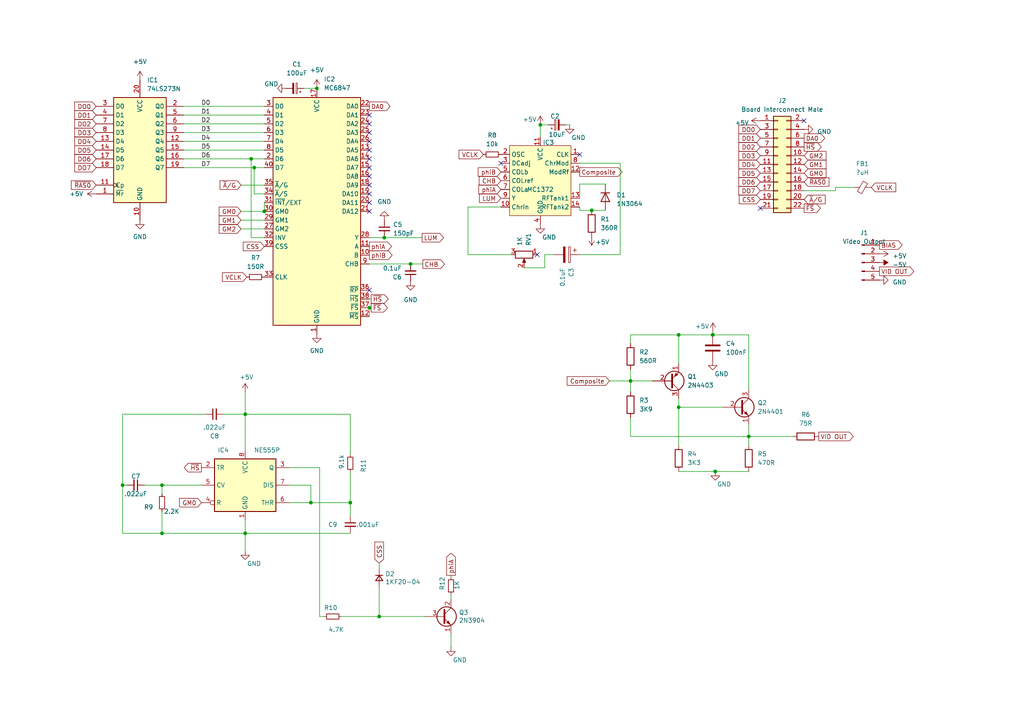
<source format=kicad_sch>
(kicad_sch (version 20230121) (generator eeschema)
  (paper "A4")
  (lib_symbols
    (symbol "74xx:74LS273"
      (property "Reference" "U" (at -7.62 16.51 0))
      (property "Value" "74LS273" (at -7.62 -16.51 0))
      (symbol "74LS273_1_0"
        (pin input line (at -12.7 -12.7 0) (length 5.08) (name "~{Mr}") (number "1"))
        (pin power_in line (at 0 -20.32 90) (length 5.08) (name "GND") (number "10"))
        (pin input clock (at -12.7 -10.16 0) (length 5.08) (name "Cp") (number "11"))
        (pin output line (at 12.7 2.54 180) (length 5.08) (name "Q4") (number "12"))
        (pin input line (at -12.7 2.54 0) (length 5.08) (name "D4") (number "13"))
        (pin input line (at -12.7 0 0) (length 5.08) (name "D5") (number "14"))
        (pin output line (at 12.7 0 180) (length 5.08) (name "Q5") (number "15"))
        (pin output line (at 12.7 -2.54 180) (length 5.08) (name "Q6") (number "16"))
        (pin input line (at -12.7 -2.54 0) (length 5.08) (name "D6") (number "17"))
        (pin input line (at -12.7 -5.08 0) (length 5.08) (name "D7") (number "18"))
        (pin output line (at 12.7 -5.08 180) (length 5.08) (name "Q7") (number "19"))
        (pin output line (at 12.7 12.7 180) (length 5.08) (name "Q0") (number "2"))
        (pin power_in line (at 0 20.32 270) (length 5.08) (name "VCC") (number "20"))
        (pin input line (at -12.7 12.7 0) (length 5.08) (name "D0") (number "3"))
        (pin input line (at -12.7 10.16 0) (length 5.08) (name "D1") (number "4"))
        (pin output line (at 12.7 10.16 180) (length 5.08) (name "Q1") (number "5"))
        (pin output line (at 12.7 7.62 180) (length 5.08) (name "Q2") (number "6"))
        (pin input line (at -12.7 7.62 0) (length 5.08) (name "D2") (number "7"))
        (pin input line (at -12.7 5.08 0) (length 5.08) (name "D3") (number "8"))
        (pin output line (at 12.7 5.08 180) (length 5.08) (name "Q3") (number "9"))
      )
      (symbol "74LS273_1_1"
        (rectangle (start -7.62 15.24) (end 7.62 -15.24) (stroke (width 0.254)) (fill (type background)))
      )
    )
    (symbol "Connector:Conn_01x05_Pin" (pin_names (offset 1.016) hide)
      (property "Reference" "J" (at 0 7.62 0))
      (property "Value" "Conn_01x05_Pin" (at 0 -7.62 0))
      (symbol "Conn_01x05_Pin_1_1"
        (polyline (pts (xy 1.27 -5.08) (xy 0.8636 -5.08)) (stroke (width 0.1524)))
        (polyline (pts (xy 1.27 -2.54) (xy 0.8636 -2.54)) (stroke (width 0.1524)))
        (polyline (pts (xy 1.27 0) (xy 0.8636 0)) (stroke (width 0.1524)))
        (polyline (pts (xy 1.27 2.54) (xy 0.8636 2.54)) (stroke (width 0.1524)))
        (polyline (pts (xy 1.27 5.08) (xy 0.8636 5.08)) (stroke (width 0.1524)))
        (rectangle (start 0.8636 -4.953) (end 0 -5.207) (stroke (width 0.1524)) (fill (type outline)))
        (rectangle (start 0.8636 -2.413) (end 0 -2.667) (stroke (width 0.1524)) (fill (type outline)))
        (rectangle (start 0.8636 0.127) (end 0 -0.127) (stroke (width 0.1524)) (fill (type outline)))
        (rectangle (start 0.8636 2.667) (end 0 2.413) (stroke (width 0.1524)) (fill (type outline)))
        (rectangle (start 0.8636 5.207) (end 0 4.953) (stroke (width 0.1524)) (fill (type outline)))
        (pin passive line (at 5.08 5.08 180) (length 3.81) (name "Pin_1") (number "1"))
        (pin passive line (at 5.08 2.54 180) (length 3.81) (name "Pin_2") (number "2"))
        (pin passive line (at 5.08 0 180) (length 3.81) (name "Pin_3") (number "3"))
        (pin passive line (at 5.08 -2.54 180) (length 3.81) (name "Pin_4") (number "4"))
        (pin passive line (at 5.08 -5.08 180) (length 3.81) (name "Pin_5") (number "5"))
      )
    )
    (symbol "Connector_Generic:Conn_02x11_Odd_Even" (pin_names (offset 1.016) hide)
      (property "Reference" "J" (at 1.27 15.24 0))
      (property "Value" "Conn_02x11_Odd_Even" (at 1.27 -15.24 0))
      (symbol "Conn_02x11_Odd_Even_1_1"
        (rectangle (start -1.27 -12.573) (end 0 -12.827) (stroke (width 0.1524)))
        (rectangle (start -1.27 -10.033) (end 0 -10.287) (stroke (width 0.1524)))
        (rectangle (start -1.27 -7.493) (end 0 -7.747) (stroke (width 0.1524)))
        (rectangle (start -1.27 -4.953) (end 0 -5.207) (stroke (width 0.1524)))
        (rectangle (start -1.27 -2.413) (end 0 -2.667) (stroke (width 0.1524)))
        (rectangle (start -1.27 0.127) (end 0 -0.127) (stroke (width 0.1524)))
        (rectangle (start -1.27 2.667) (end 0 2.413) (stroke (width 0.1524)))
        (rectangle (start -1.27 5.207) (end 0 4.953) (stroke (width 0.1524)))
        (rectangle (start -1.27 7.747) (end 0 7.493) (stroke (width 0.1524)))
        (rectangle (start -1.27 10.287) (end 0 10.033) (stroke (width 0.1524)))
        (rectangle (start -1.27 12.827) (end 0 12.573) (stroke (width 0.1524)))
        (rectangle (start -1.27 13.97) (end 3.81 -13.97) (stroke (width 0.254)) (fill (type background)))
        (rectangle (start 3.81 -12.573) (end 2.54 -12.827) (stroke (width 0.1524)))
        (rectangle (start 3.81 -10.033) (end 2.54 -10.287) (stroke (width 0.1524)))
        (rectangle (start 3.81 -7.493) (end 2.54 -7.747) (stroke (width 0.1524)))
        (rectangle (start 3.81 -4.953) (end 2.54 -5.207) (stroke (width 0.1524)))
        (rectangle (start 3.81 -2.413) (end 2.54 -2.667) (stroke (width 0.1524)))
        (rectangle (start 3.81 0.127) (end 2.54 -0.127) (stroke (width 0.1524)))
        (rectangle (start 3.81 2.667) (end 2.54 2.413) (stroke (width 0.1524)))
        (rectangle (start 3.81 5.207) (end 2.54 4.953) (stroke (width 0.1524)))
        (rectangle (start 3.81 7.747) (end 2.54 7.493) (stroke (width 0.1524)))
        (rectangle (start 3.81 10.287) (end 2.54 10.033) (stroke (width 0.1524)))
        (rectangle (start 3.81 12.827) (end 2.54 12.573) (stroke (width 0.1524)))
        (pin passive line (at -5.08 12.7 0) (length 3.81) (name "Pin_1") (number "1"))
        (pin passive line (at 7.62 2.54 180) (length 3.81) (name "Pin_10") (number "10"))
        (pin passive line (at -5.08 0 0) (length 3.81) (name "Pin_11") (number "11"))
        (pin passive line (at 7.62 0 180) (length 3.81) (name "Pin_12") (number "12"))
        (pin passive line (at -5.08 -2.54 0) (length 3.81) (name "Pin_13") (number "13"))
        (pin passive line (at 7.62 -2.54 180) (length 3.81) (name "Pin_14") (number "14"))
        (pin passive line (at -5.08 -5.08 0) (length 3.81) (name "Pin_15") (number "15"))
        (pin passive line (at 7.62 -5.08 180) (length 3.81) (name "Pin_16") (number "16"))
        (pin passive line (at -5.08 -7.62 0) (length 3.81) (name "Pin_17") (number "17"))
        (pin passive line (at 7.62 -7.62 180) (length 3.81) (name "Pin_18") (number "18"))
        (pin passive line (at -5.08 -10.16 0) (length 3.81) (name "Pin_19") (number "19"))
        (pin passive line (at 7.62 12.7 180) (length 3.81) (name "Pin_2") (number "2"))
        (pin passive line (at 7.62 -10.16 180) (length 3.81) (name "Pin_20") (number "20"))
        (pin passive line (at -5.08 -12.7 0) (length 3.81) (name "Pin_21") (number "21"))
        (pin passive line (at 7.62 -12.7 180) (length 3.81) (name "Pin_22") (number "22"))
        (pin passive line (at -5.08 10.16 0) (length 3.81) (name "Pin_3") (number "3"))
        (pin passive line (at 7.62 10.16 180) (length 3.81) (name "Pin_4") (number "4"))
        (pin passive line (at -5.08 7.62 0) (length 3.81) (name "Pin_5") (number "5"))
        (pin passive line (at 7.62 7.62 180) (length 3.81) (name "Pin_6") (number "6"))
        (pin passive line (at -5.08 5.08 0) (length 3.81) (name "Pin_7") (number "7"))
        (pin passive line (at 7.62 5.08 180) (length 3.81) (name "Pin_8") (number "8"))
        (pin passive line (at -5.08 2.54 0) (length 3.81) (name "Pin_9") (number "9"))
      )
    )
    (symbol "Device:C" (pin_numbers hide) (pin_names (offset 0.254))
      (property "Reference" "C" (at 0.635 2.54 0))
      (property "Value" "C" (at 0.635 -2.54 0))
      (symbol "C_0_1"
        (polyline (pts (xy -2.032 -0.762) (xy 2.032 -0.762)) (stroke (width 0.508)))
        (polyline (pts (xy -2.032 0.762) (xy 2.032 0.762)) (stroke (width 0.508)))
      )
      (symbol "C_1_1"
        (pin passive line (at 0 3.81 270) (length 2.794) (name "~") (number "1"))
        (pin passive line (at 0 -3.81 90) (length 2.794) (name "~") (number "2"))
      )
    )
    (symbol "Device:C_Polarized" (pin_numbers hide) (pin_names (offset 0.254))
      (property "Reference" "C" (at 0.635 2.54 0))
      (property "Value" "C_Polarized" (at 0.635 -2.54 0))
      (symbol "C_Polarized_0_1"
        (rectangle (start -2.286 0.508) (end 2.286 1.016))
        (polyline (pts (xy -1.778 2.286) (xy -0.762 2.286)))
        (polyline (pts (xy -1.27 2.794) (xy -1.27 1.778)))
        (rectangle (start 2.286 -0.508) (end -2.286 -1.016) (fill (type outline)))
      )
      (symbol "C_Polarized_1_1"
        (pin passive line (at 0 3.81 270) (length 2.794) (name "~") (number "1"))
        (pin passive line (at 0 -3.81 90) (length 2.794) (name "~") (number "2"))
      )
    )
    (symbol "Device:C_Polarized_Small" (pin_numbers hide) (pin_names (offset 0.254) hide)
      (property "Reference" "C" (at 0.254 1.778 0))
      (property "Value" "C_Polarized_Small" (at 0.254 -2.032 0))
      (symbol "C_Polarized_Small_0_1"
        (rectangle (start -1.524 -0.3048) (end 1.524 -0.6858) (fill (type outline)))
        (rectangle (start -1.524 0.6858) (end 1.524 0.3048))
        (polyline (pts (xy -1.27 1.524) (xy -0.762 1.524)))
        (polyline (pts (xy -1.016 1.27) (xy -1.016 1.778)))
      )
      (symbol "C_Polarized_Small_1_1"
        (pin passive line (at 0 2.54 270) (length 1.8542) (name "~") (number "1"))
        (pin passive line (at 0 -2.54 90) (length 1.8542) (name "~") (number "2"))
      )
    )
    (symbol "Device:C_Small" (pin_numbers hide) (pin_names (offset 0.254) hide)
      (property "Reference" "C" (at 0.254 1.778 0))
      (property "Value" "C_Small" (at 0.254 -2.032 0))
      (symbol "C_Small_0_1"
        (polyline (pts (xy -1.524 -0.508) (xy 1.524 -0.508)) (stroke (width 0.3302)))
        (polyline (pts (xy -1.524 0.508) (xy 1.524 0.508)) (stroke (width 0.3048)))
      )
      (symbol "C_Small_1_1"
        (pin passive line (at 0 2.54 270) (length 2.032) (name "~") (number "1"))
        (pin passive line (at 0 -2.54 90) (length 2.032) (name "~") (number "2"))
      )
    )
    (symbol "Device:D_Small" (pin_numbers hide) (pin_names (offset 0.254) hide)
      (property "Reference" "D" (at -1.27 2.032 0))
      (property "Value" "D_Small" (at -3.81 -2.032 0))
      (symbol "D_Small_0_1"
        (polyline (pts (xy -0.762 -1.016) (xy -0.762 1.016)) (stroke (width 0.254)))
        (polyline (pts (xy -0.762 0) (xy 0.762 0)))
        (polyline (pts (xy 0.762 -1.016) (xy -0.762 0) (xy 0.762 1.016) (xy 0.762 -1.016)) (stroke (width 0.254)))
      )
      (symbol "D_Small_1_1"
        (pin passive line (at -2.54 0 0) (length 1.778) (name "K") (number "1"))
        (pin passive line (at 2.54 0 180) (length 1.778) (name "A") (number "2"))
      )
    )
    (symbol "Device:FerriteBead_Small" (pin_numbers hide) (pin_names (offset 0))
      (property "Reference" "FB" (at 1.905 1.27 0))
      (property "Value" "FerriteBead_Small" (at 1.905 -1.27 0))
      (symbol "FerriteBead_Small_0_1"
        (polyline (pts (xy 0 -1.27) (xy 0 -0.7874)))
        (polyline (pts (xy 0 0.889) (xy 0 1.2954)))
        (polyline (pts (xy -1.8288 0.2794) (xy -1.1176 1.4986) (xy 1.8288 -0.2032) (xy 1.1176 -1.4224) (xy -1.8288 0.2794)))
      )
      (symbol "FerriteBead_Small_1_1"
        (pin passive line (at 0 2.54 270) (length 1.27) (name "~") (number "1"))
        (pin passive line (at 0 -2.54 90) (length 1.27) (name "~") (number "2"))
      )
    )
    (symbol "Device:Q_NPN_ECB" (pin_names (offset 0) hide)
      (property "Reference" "Q" (at 5.08 1.27 0))
      (property "Value" "Q_NPN_ECB" (at 5.08 -1.27 0))
      (symbol "Q_NPN_ECB_0_1"
        (polyline (pts (xy 0.635 0.635) (xy 2.54 2.54)))
        (polyline (pts (xy 0.635 -0.635) (xy 2.54 -2.54) (xy 2.54 -2.54)))
        (polyline (pts (xy 0.635 1.905) (xy 0.635 -1.905) (xy 0.635 -1.905)) (stroke (width 0.508)))
        (polyline (pts (xy 1.27 -1.778) (xy 1.778 -1.27) (xy 2.286 -2.286) (xy 1.27 -1.778) (xy 1.27 -1.778)) (fill (type outline)))
        (circle (center 1.27 0) (radius 2.8194) (stroke (width 0.254)))
      )
      (symbol "Q_NPN_ECB_1_1"
        (pin passive line (at 2.54 -5.08 90) (length 2.54) (name "E") (number "1"))
        (pin passive line (at 2.54 5.08 270) (length 2.54) (name "C") (number "2"))
        (pin passive line (at -5.08 0 0) (length 5.715) (name "B") (number "3"))
      )
    )
    (symbol "Device:R" (pin_numbers hide) (pin_names (offset 0))
      (property "Reference" "R" (at 2.032 0 90))
      (property "Value" "R" (at 0 0 90))
      (symbol "R_0_1"
        (rectangle (start -1.016 -2.54) (end 1.016 2.54) (stroke (width 0.254)))
      )
      (symbol "R_1_1"
        (pin passive line (at 0 3.81 270) (length 1.27) (name "~") (number "1"))
        (pin passive line (at 0 -3.81 90) (length 1.27) (name "~") (number "2"))
      )
    )
    (symbol "Device:R_Potentiometer" (pin_names (offset 1.016) hide)
      (property "Reference" "RV" (at -4.445 0 90))
      (property "Value" "R_Potentiometer" (at -2.54 0 90))
      (symbol "R_Potentiometer_0_1"
        (polyline (pts (xy 2.54 0) (xy 1.524 0)))
        (polyline (pts (xy 1.143 0) (xy 2.286 0.508) (xy 2.286 -0.508) (xy 1.143 0)) (fill (type outline)))
        (rectangle (start 1.016 2.54) (end -1.016 -2.54) (stroke (width 0.254)))
      )
      (symbol "R_Potentiometer_1_1"
        (pin passive line (at 0 3.81 270) (length 1.27) (name "1") (number "1"))
        (pin passive line (at 3.81 0 180) (length 1.27) (name "2") (number "2"))
        (pin passive line (at 0 -3.81 90) (length 1.27) (name "3") (number "3"))
      )
    )
    (symbol "Device:R_Small" (pin_numbers hide) (pin_names (offset 0.254) hide)
      (property "Reference" "R" (at 0.762 0.508 0))
      (property "Value" "R_Small" (at 0.762 -1.016 0))
      (symbol "R_Small_0_1"
        (rectangle (start -0.762 1.778) (end 0.762 -1.778) (stroke (width 0.2032)))
      )
      (symbol "R_Small_1_1"
        (pin passive line (at 0 2.54 270) (length 0.762) (name "~") (number "1"))
        (pin passive line (at 0 -2.54 90) (length 0.762) (name "~") (number "2"))
      )
    )
    (symbol "Diode:1N4148" (pin_numbers hide) (pin_names hide)
      (property "Reference" "D" (at 0 2.54 0))
      (property "Value" "1N4148" (at 0 -2.54 0))
      (symbol "1N4148_0_1"
        (polyline (pts (xy -1.27 1.27) (xy -1.27 -1.27)) (stroke (width 0.254)))
        (polyline (pts (xy 1.27 0) (xy -1.27 0)))
        (polyline (pts (xy 1.27 1.27) (xy 1.27 -1.27) (xy -1.27 0) (xy 1.27 1.27)) (stroke (width 0.254)))
      )
      (symbol "1N4148_1_1"
        (pin passive line (at -3.81 0 0) (length 2.54) (name "K") (number "1"))
        (pin passive line (at 3.81 0 180) (length 2.54) (name "A") (number "2"))
      )
    )
    (symbol "Timer:NE555P"
      (property "Reference" "U" (at -10.16 8.89 0))
      (property "Value" "NE555P" (at 2.54 8.89 0))
      (symbol "NE555P_0_0"
        (pin power_in line (at 0 -10.16 90) (length 2.54) (name "GND") (number "1"))
        (pin power_in line (at 0 10.16 270) (length 2.54) (name "VCC") (number "8"))
      )
      (symbol "NE555P_0_1"
        (rectangle (start -8.89 -7.62) (end 8.89 7.62) (stroke (width 0.254)) (fill (type background)))
        (rectangle (start -8.89 -7.62) (end 8.89 7.62) (stroke (width 0.254)) (fill (type background)))
      )
      (symbol "NE555P_1_1"
        (pin input line (at -12.7 5.08 0) (length 3.81) (name "TR") (number "2"))
        (pin output line (at 12.7 5.08 180) (length 3.81) (name "Q") (number "3"))
        (pin input inverted (at -12.7 -5.08 0) (length 3.81) (name "R") (number "4"))
        (pin input line (at -12.7 0 0) (length 3.81) (name "CV") (number "5"))
        (pin input line (at 12.7 -5.08 180) (length 3.81) (name "THR") (number "6"))
        (pin input line (at 12.7 0 180) (length 3.81) (name "DIS") (number "7"))
      )
    )
    (symbol "Transistor_BJT:2N3904" (pin_names (offset 0) hide)
      (property "Reference" "Q" (at 5.08 1.905 0))
      (property "Value" "2N3904" (at 5.08 0 0))
      (symbol "2N3904_0_1"
        (polyline (pts (xy 0.635 0.635) (xy 2.54 2.54)))
        (polyline (pts (xy 0.635 -0.635) (xy 2.54 -2.54) (xy 2.54 -2.54)))
        (polyline (pts (xy 0.635 1.905) (xy 0.635 -1.905) (xy 0.635 -1.905)) (stroke (width 0.508)))
        (polyline (pts (xy 1.27 -1.778) (xy 1.778 -1.27) (xy 2.286 -2.286) (xy 1.27 -1.778) (xy 1.27 -1.778)) (fill (type outline)))
        (circle (center 1.27 0) (radius 2.8194) (stroke (width 0.254)))
      )
      (symbol "2N3904_1_1"
        (pin passive line (at 2.54 -5.08 90) (length 2.54) (name "E") (number "1"))
        (pin passive line (at -5.08 0 0) (length 5.715) (name "B") (number "2"))
        (pin passive line (at 2.54 5.08 270) (length 2.54) (name "C") (number "3"))
      )
    )
    (symbol "Transistor_BJT:2N3905" (pin_names (offset 0) hide)
      (property "Reference" "Q" (at 5.08 1.905 0))
      (property "Value" "2N3905" (at 5.08 0 0))
      (symbol "2N3905_0_1"
        (polyline (pts (xy 0.635 0.635) (xy 2.54 2.54)))
        (polyline (pts (xy 0.635 -0.635) (xy 2.54 -2.54) (xy 2.54 -2.54)))
        (polyline (pts (xy 0.635 1.905) (xy 0.635 -1.905) (xy 0.635 -1.905)) (stroke (width 0.508)))
        (polyline (pts (xy 2.286 -1.778) (xy 1.778 -2.286) (xy 1.27 -1.27) (xy 2.286 -1.778) (xy 2.286 -1.778)) (fill (type outline)))
        (circle (center 1.27 0) (radius 2.8194) (stroke (width 0.254)))
      )
      (symbol "2N3905_1_1"
        (pin passive line (at 2.54 -5.08 90) (length 2.54) (name "E") (number "1"))
        (pin input line (at -5.08 0 0) (length 5.715) (name "B") (number "2"))
        (pin passive line (at 2.54 5.08 270) (length 2.54) (name "C") (number "3"))
      )
    )
    (symbol "power:+5V" (power) (pin_names (offset 0))
      (property "Value" "+5V" (at 0 3.556 0))
      (symbol "+5V_0_1"
        (polyline (pts (xy -0.762 1.27) (xy 0 2.54)))
        (polyline (pts (xy 0 0) (xy 0 2.54)))
        (polyline (pts (xy 0 2.54) (xy 0.762 1.27)))
      )
      (symbol "+5V_1_1"
        (pin power_in line (at 0 0 90) (length 0) hide (name "+5V") (number "1"))
      )
    )
    (symbol "power:-5V" (power) (pin_names (offset 0))
      (property "Value" "-5V" (at 0 3.81 0))
      (symbol "-5V_0_0"
        (pin power_in line (at 0 0 90) (length 0) hide (name "-5V") (number "1"))
      )
      (symbol "-5V_0_1"
        (polyline (pts (xy 0 0) (xy 0 1.27) (xy 0.762 1.27) (xy 0 2.54) (xy -0.762 1.27) (xy 0 1.27)) (fill (type outline)))
      )
    )
    (symbol "power:GND" (power) (pin_names (offset 0))
      (property "Value" "GND" (at 0 -3.81 0))
      (symbol "GND_0_1"
        (polyline (pts (xy 0 0) (xy 0 -1.27) (xy 1.27 -1.27) (xy 0 -2.54) (xy -1.27 -1.27) (xy 0 -1.27)))
      )
      (symbol "GND_1_1"
        (pin power_in line (at 0 0 270) (length 0) hide (name "GND") (number "1"))
      )
    )
    (symbol "vdg:MC1372"
      (property "Reference" "U" (at 0 0 0))
      (symbol "MC1372_0_1"
        (rectangle (start -8.89 10.16) (end 8.89 -10.16) (fill (type background)))
      )
      (symbol "MC1372_1_1"
        (pin output line (at 11.43 7.62 180) (length 2.54) (name "CLK") (number "1"))
        (pin input line (at -11.43 -7.62 0) (length 2.54) (name "ChrIn") (number "10"))
        (pin passive line (at 0 12.7 270) (length 2.54) (name "VCC") (number "11"))
        (pin output line (at 11.43 2.54 180) (length 2.54) (name "ModRf") (number "12"))
        (pin passive line (at 11.43 -5.08 180) (length 2.54) (name "RFTank1") (number "13"))
        (pin passive line (at 11.43 -7.62 180) (length 2.54) (name "RFTank2") (number "14"))
        (pin input line (at -11.43 7.62 0) (length 2.54) (name "OSC") (number "2"))
        (pin input line (at -11.43 5.08 0) (length 2.54) (name "DCadj") (number "3"))
        (pin passive line (at 0 -12.7 90) (length 2.54) (name "GND") (number "4"))
        (pin input line (at -11.43 2.54 0) (length 2.54) (name "COLb") (number "5"))
        (pin input line (at -11.43 0 0) (length 2.54) (name "COLref") (number "6"))
        (pin input line (at -11.43 -2.54 0) (length 2.54) (name "COLa") (number "7"))
        (pin output line (at 11.43 5.08 180) (length 2.54) (name "ChrMod") (number "8"))
        (pin input line (at -11.43 -5.08 0) (length 2.54) (name "Y") (number "9"))
      )
    )
    (symbol "vdg:MC6847"
      (property "Reference" "U" (at 0 0 0))
      (property "Value" "MC6847" (at 0 -2.54 0))
      (symbol "MC6847_0_1"
        (rectangle (start -12.7 -33.02) (end 12.7 33.02) (stroke (width 0.254)) (fill (type background)))
      )
      (symbol "MC6847_1_1"
        (pin power_in line (at 0 -35.56 90) (length 2.54) (name "GND") (number "1"))
        (pin output line (at 15.24 -12.7 180) (length 2.54) (name "B") (number "10"))
        (pin output line (at 15.24 -10.16 180) (length 2.54) (name "A") (number "11"))
        (pin output line (at 15.24 -30.48 180) (length 2.54) (name "~{MS}") (number "12"))
        (pin output line (at 15.24 17.78 180) (length 2.54) (name "DA5") (number "13"))
        (pin output line (at 15.24 15.24 180) (length 2.54) (name "DA6") (number "14"))
        (pin output line (at 15.24 12.7 180) (length 2.54) (name "DA7") (number "15"))
        (pin output line (at 15.24 10.16 180) (length 2.54) (name "DA8") (number "16"))
        (pin power_in line (at 0 35.56 270) (length 2.54) (name "VCC") (number "17"))
        (pin output line (at 15.24 7.62 180) (length 2.54) (name "DA9") (number "18"))
        (pin output line (at 15.24 5.08 180) (length 2.54) (name "DA10") (number "19"))
        (pin bidirectional line (at -15.24 15.24 0) (length 2.54) (name "D6") (number "2"))
        (pin output line (at 15.24 2.54 180) (length 2.54) (name "DA11") (number "20"))
        (pin output line (at 15.24 0 180) (length 2.54) (name "DA12") (number "21"))
        (pin output line (at 15.24 30.48 180) (length 2.54) (name "DA0") (number "22"))
        (pin output line (at 15.24 27.94 180) (length 2.54) (name "DA1") (number "23"))
        (pin output line (at 15.24 25.4 180) (length 2.54) (name "DA2") (number "24"))
        (pin output line (at 15.24 22.86 180) (length 2.54) (name "DA3") (number "25"))
        (pin output line (at 15.24 20.32 180) (length 2.54) (name "DA4") (number "26"))
        (pin input line (at -15.24 -5.08 0) (length 2.54) (name "GM2") (number "27"))
        (pin output line (at 15.24 -7.62 180) (length 2.54) (name "Y") (number "28"))
        (pin input line (at -15.24 -2.54 0) (length 2.54) (name "GM1") (number "29"))
        (pin bidirectional line (at -15.24 30.48 0) (length 2.54) (name "D0") (number "3"))
        (pin input line (at -15.24 0 0) (length 2.54) (name "GM0") (number "30"))
        (pin input line (at -15.24 2.54 0) (length 2.54) (name "~{INT}/EXT") (number "31"))
        (pin input line (at -15.24 -7.62 0) (length 2.54) (name "INV") (number "32"))
        (pin input line (at -15.24 -19.05 0) (length 2.54) (name "CLK") (number "33"))
        (pin input line (at -15.24 5.08 0) (length 2.54) (name "~{A}/S") (number "34"))
        (pin input line (at -15.24 7.62 0) (length 2.54) (name "~{A}/G") (number "35"))
        (pin output line (at 15.24 -22.86 180) (length 2.54) (name "~{RP}") (number "36"))
        (pin output line (at 15.24 -27.94 180) (length 2.54) (name "~{FS}") (number "37"))
        (pin output line (at 15.24 -25.4 180) (length 2.54) (name "~{HS}") (number "38"))
        (pin input line (at -15.24 -10.16 0) (length 2.54) (name "CSS") (number "39"))
        (pin bidirectional line (at -15.24 27.94 0) (length 2.54) (name "D1") (number "4"))
        (pin bidirectional line (at -15.24 12.7 0) (length 2.54) (name "D7") (number "40"))
        (pin bidirectional line (at -15.24 25.4 0) (length 2.54) (name "D2") (number "5"))
        (pin bidirectional line (at -15.24 22.86 0) (length 2.54) (name "D3") (number "6"))
        (pin bidirectional line (at -15.24 20.32 0) (length 2.54) (name "D4") (number "7"))
        (pin bidirectional line (at -15.24 17.78 0) (length 2.54) (name "D5") (number "8"))
        (pin output line (at 15.24 -15.24 180) (length 2.54) (name "CHB") (number "9"))
      )
    )
  )
  (junction (at 91.8972 25.6286))
  (junction (at 207.4645 136.7536))
  (junction (at 107.1372 89.2556))
  (junction (at 119.0838 76.5556))
  (junction (at 90.17 145.796))
  (junction (at 109.982 178.816))
  (junction (at 196.85 118.11))
  (junction (at 46.99 154.686))
  (junction (at 156.718 36.2204))
  (junction (at 206.7163 97.1296))
  (junction (at 46.99 140.716))
  (junction (at 206.756 97.1296))
  (junction (at 71.12 154.686))
  (junction (at 72.8472 46.0756))
  (junction (at 217.17 126.5936))
  (junction (at 101.6 145.796))
  (junction (at 111.4761 68.9356))
  (junction (at 73.7362 48.6156))
  (junction (at 182.88 110.49))
  (junction (at 35.56 140.716))
  (junction (at 171.6178 61.0108))
  (junction (at 71.12 120.142))
  (junction (at 76.6572 61.3156))
  (junction (at 196.85 97.1296))
  (no_connect (at 155.8241 73.8632))
  (no_connect (at 107.1372 38.4556))
  (no_connect (at 107.1372 58.7756))
  (no_connect (at 107.1372 48.6156))
  (no_connect (at 145.288 47.3456))
  (no_connect (at 107.1372 61.3156))
  (no_connect (at 107.1372 51.1556))
  (no_connect (at 107.1372 53.6956))
  (no_connect (at 107.1372 56.2356))
  (no_connect (at 107.1372 84.1756))
  (no_connect (at 233.2228 35.0012))
  (no_connect (at 168.148 44.8056))
  (no_connect (at 107.1372 40.9956))
  (no_connect (at 107.1372 33.3756))
  (no_connect (at 107.1372 35.9156))
  (no_connect (at 107.1372 46.0756))
  (no_connect (at 107.1372 43.5356))
  (no_connect (at 220.5228 60.4012))
  (wire (pts (xy 242.316 55.3212) (xy 233.2228 55.3212)))
  (wire (pts (xy 90.17 145.796) (xy 83.82 145.796)))
  (wire (pts (xy 164.084 36.2204) (xy 165.227 36.2204)))
  (wire (pts (xy 168.148 53.3908) (xy 168.148 57.5056)))
  (wire (pts (xy 207.4645 136.7536) (xy 217.17 136.7536)))
  (wire (pts (xy 217.17 126.5936) (xy 229.87 126.5936)))
  (wire (pts (xy 109.982 165.1) (xy 109.982 163.322)))
  (wire (pts (xy 46.99 148.336) (xy 46.99 154.686)))
  (wire (pts (xy 71.12 120.142) (xy 71.12 130.556)))
  (wire (pts (xy 92.71 135.636) (xy 92.71 178.816)))
  (wire (pts (xy 217.17 97.282) (xy 217.17 113.03)))
  (wire (pts (xy 83.82 140.716) (xy 90.17 140.716)))
  (wire (pts (xy 168.148 61.0108) (xy 171.6178 61.0108)))
  (wire (pts (xy 41.91 140.716) (xy 46.99 140.716)))
  (wire (pts (xy 71.12 150.876) (xy 71.12 154.686)))
  (wire (pts (xy 36.83 140.716) (xy 35.56 140.716)))
  (wire (pts (xy 107.1372 68.9356) (xy 111.4761 68.9356)))
  (wire (pts (xy 196.85 136.7536) (xy 207.4645 136.7536)))
  (wire (pts (xy 53.2892 40.9956) (xy 76.6572 40.9956)))
  (wire (pts (xy 196.85 97.1296) (xy 196.85 105.41)))
  (wire (pts (xy 46.99 140.716) (xy 58.42 140.716)))
  (wire (pts (xy 46.99 154.686) (xy 71.12 154.686)))
  (wire (pts (xy 46.99 143.256) (xy 46.99 140.716)))
  (wire (pts (xy 196.85 115.57) (xy 196.85 118.11)))
  (wire (pts (xy 69.9262 61.3156) (xy 76.6572 61.3156)))
  (wire (pts (xy 179.8828 73.8632) (xy 168.2388 73.8632)))
  (wire (pts (xy 182.88 121.2088) (xy 182.88 126.5936)))
  (wire (pts (xy 76.6572 56.2356) (xy 73.7362 56.2356)))
  (wire (pts (xy 217.17 126.5936) (xy 217.17 129.1336)))
  (wire (pts (xy 53.2892 43.5356) (xy 76.6572 43.5356)))
  (wire (pts (xy 76.6572 58.7756) (xy 76.6572 61.3156)))
  (wire (pts (xy 182.88 110.49) (xy 176.784 110.49)))
  (wire (pts (xy 101.6 120.142) (xy 71.12 120.142)))
  (wire (pts (xy 88.0872 25.6286) (xy 91.8972 25.6286)))
  (wire (pts (xy 130.81 173.736) (xy 130.81 172.466)))
  (wire (pts (xy 107.1372 89.2556) (xy 107.1372 91.7956)))
  (wire (pts (xy 101.6 145.796) (xy 101.6 136.906)))
  (wire (pts (xy 119.0838 76.5556) (xy 107.1372 76.5556)))
  (wire (pts (xy 76.6572 68.9356) (xy 72.8472 68.9356)))
  (wire (pts (xy 148.2041 73.8632) (xy 135.7376 73.8632)))
  (wire (pts (xy 179.8828 47.3456) (xy 179.8828 73.8632)))
  (wire (pts (xy 69.9262 63.8556) (xy 76.6572 63.8556)))
  (wire (pts (xy 122.6354 76.5556) (xy 119.0838 76.5556)))
  (wire (pts (xy 130.81 167.386) (xy 130.81 166.878)))
  (wire (pts (xy 35.56 154.686) (xy 46.99 154.686)))
  (wire (pts (xy 206.756 97.1296) (xy 206.7163 97.1296)))
  (wire (pts (xy 196.85 118.11) (xy 209.55 118.11)))
  (wire (pts (xy 206.7163 97.1296) (xy 196.85 97.1296)))
  (wire (pts (xy 71.12 113.792) (xy 71.12 120.142)))
  (wire (pts (xy 53.2892 48.6156) (xy 73.7362 48.6156)))
  (wire (pts (xy 53.2892 38.4556) (xy 76.6572 38.4556)))
  (wire (pts (xy 53.2892 46.0756) (xy 72.8472 46.0756)))
  (wire (pts (xy 242.316 54.356) (xy 242.316 55.3212)))
  (wire (pts (xy 171.6178 61.0108) (xy 175.5648 61.0108)))
  (wire (pts (xy 152.0141 77.6732) (xy 157.988 77.6732)))
  (wire (pts (xy 92.71 178.816) (xy 93.98 178.816)))
  (wire (pts (xy 91.8972 25.6286) (xy 91.8972 25.7556)))
  (wire (pts (xy 107.1372 89.2556) (xy 107.6452 89.2556)))
  (wire (pts (xy 156.718 36.2204) (xy 156.718 39.7256)))
  (wire (pts (xy 182.88 110.49) (xy 189.23 110.49)))
  (wire (pts (xy 59.69 120.142) (xy 35.56 120.142)))
  (wire (pts (xy 101.6 145.796) (xy 101.6 149.606)))
  (wire (pts (xy 69.9262 66.3956) (xy 76.6572 66.3956)))
  (wire (pts (xy 247.65 54.356) (xy 242.316 54.356)))
  (wire (pts (xy 157.988 77.6732) (xy 157.988 73.8632)))
  (wire (pts (xy 182.88 107.188) (xy 182.88 110.49)))
  (wire (pts (xy 73.7362 56.2356) (xy 73.7362 48.6156)))
  (wire (pts (xy 109.982 170.18) (xy 109.982 178.816)))
  (wire (pts (xy 157.988 73.8632) (xy 160.6188 73.8632)))
  (wire (pts (xy 196.85 118.11) (xy 196.85 129.1336)))
  (wire (pts (xy 175.5648 53.3908) (xy 168.148 53.3908)))
  (wire (pts (xy 90.17 140.716) (xy 90.17 145.796)))
  (wire (pts (xy 109.982 178.816) (xy 99.06 178.816)))
  (wire (pts (xy 156.718 36.2204) (xy 159.004 36.2204)))
  (wire (pts (xy 206.756 96.2152) (xy 206.756 97.1296)))
  (wire (pts (xy 73.7362 48.6156) (xy 76.6572 48.6156)))
  (wire (pts (xy 111.4761 68.9356) (xy 122.428 68.9356)))
  (wire (pts (xy 83.82 135.636) (xy 92.71 135.636)))
  (wire (pts (xy 53.2892 30.8356) (xy 76.6572 30.8356)))
  (wire (pts (xy 72.8472 68.9356) (xy 72.8472 46.0756)))
  (wire (pts (xy 130.81 183.896) (xy 130.81 187.706)))
  (wire (pts (xy 107.6452 86.7156) (xy 107.1372 86.7156)))
  (wire (pts (xy 69.9262 53.6956) (xy 76.6572 53.6956)))
  (wire (pts (xy 101.6 154.686) (xy 71.12 154.686)))
  (wire (pts (xy 35.56 120.142) (xy 35.56 140.716)))
  (wire (pts (xy 135.7376 73.8632) (xy 135.7376 60.0456)))
  (wire (pts (xy 53.2892 35.9156) (xy 76.6572 35.9156)))
  (wire (pts (xy 217.0684 97.1296) (xy 206.756 97.1296)))
  (wire (pts (xy 53.2892 33.3756) (xy 76.6572 33.3756)))
  (wire (pts (xy 72.8472 46.0756) (xy 76.6572 46.0756)))
  (wire (pts (xy 90.17 145.796) (xy 101.6 145.796)))
  (wire (pts (xy 182.88 126.5936) (xy 217.17 126.5936)))
  (wire (pts (xy 182.88 97.1296) (xy 196.85 97.1296)))
  (wire (pts (xy 122.6354 76.6124) (xy 122.6354 76.5556)))
  (wire (pts (xy 182.88 99.568) (xy 182.88 97.1296)))
  (wire (pts (xy 217.0684 97.282) (xy 217.0684 97.1296)))
  (wire (pts (xy 35.56 140.716) (xy 35.56 154.686)))
  (wire (pts (xy 168.148 47.3456) (xy 179.8828 47.3456)))
  (wire (pts (xy 71.12 154.686) (xy 71.12 159.766)))
  (wire (pts (xy 217.0684 97.282) (xy 217.17 97.282)))
  (wire (pts (xy 217.17 123.19) (xy 217.17 126.5936)))
  (wire (pts (xy 168.148 60.0456) (xy 168.148 61.0108)))
  (wire (pts (xy 64.77 120.142) (xy 71.12 120.142)))
  (wire (pts (xy 182.88 110.49) (xy 182.88 113.5888)))
  (wire (pts (xy 101.6 120.142) (xy 101.6 131.826)))
  (wire (pts (xy 135.7376 60.0456) (xy 145.288 60.0456)))
  (wire (pts (xy 109.982 178.816) (xy 123.19 178.816)))
  (label "D4" (at 58.3547 40.9956 0))
  (label "D7" (at 58.3547 48.6156 0))
  (label "D2" (at 58.3547 35.9156 0))
  (label "D6" (at 58.3547 46.0756 0))
  (label "D1" (at 58.3547 33.3756 0))
  (label "D3" (at 58.3547 38.4556 0))
  (label "D0" (at 58.3547 30.8356 0))
  (label "D5" (at 58.3547 43.5356 0))
  (global_label "CHB" (shape output) (at 122.6354 76.6124 0) (property "Intersheetrefs" "${INTERSHEET_REFS}" (effects hide)))
  (global_label "~{HS}" (shape output) (at 107.6452 86.7156 0) (property "Intersheetrefs" "${INTERSHEET_REFS}" (effects hide)))
  (global_label "~{A}{slash}G" (shape input) (at 69.9262 53.6956 180) (property "Intersheetrefs" "${INTERSHEET_REFS}" (effects hide)))
  (global_label "DO7" (shape input) (at 220.5228 55.3212 180) (property "Intersheetrefs" "${INTERSHEET_REFS}" (effects hide)))
  (global_label "~{FS}" (shape output) (at 107.6452 89.2556 0) (property "Intersheetrefs" "${INTERSHEET_REFS}" (effects hide)))
  (global_label "DO4" (shape input) (at 27.8892 40.9956 180) (property "Intersheetrefs" "${INTERSHEET_REFS}" (effects hide)))
  (global_label "GM1" (shape input) (at 233.2228 47.7012 0) (property "Intersheetrefs" "${INTERSHEET_REFS}" (effects hide)))
  (global_label "LUM" (shape input) (at 145.288 57.5056 180) (property "Intersheetrefs" "${INTERSHEET_REFS}" (effects hide)))
  (global_label "GM2" (shape input) (at 69.9262 66.3956 180) (property "Intersheetrefs" "${INTERSHEET_REFS}" (effects hide)))
  (global_label "phiA" (shape output) (at 107.1372 71.4756 0) (property "Intersheetrefs" "${INTERSHEET_REFS}" (effects hide)))
  (global_label "~{FS}" (shape output) (at 233.2228 60.4012 0) (property "Intersheetrefs" "${INTERSHEET_REFS}" (effects hide)))
  (global_label "DO6" (shape input) (at 27.8892 46.0756 180) (property "Intersheetrefs" "${INTERSHEET_REFS}" (effects hide)))
  (global_label "CSS" (shape input) (at 109.982 163.322 90) (property "Intersheetrefs" "${INTERSHEET_REFS}" (effects hide)))
  (global_label "phiB" (shape output) (at 107.1372 74.0156 0) (property "Intersheetrefs" "${INTERSHEET_REFS}" (effects hide)))
  (global_label "DO2" (shape input) (at 220.5228 42.6212 180) (property "Intersheetrefs" "${INTERSHEET_REFS}" (effects hide)))
  (global_label "DO3" (shape input) (at 220.5228 45.1612 180) (property "Intersheetrefs" "${INTERSHEET_REFS}" (effects hide)))
  (global_label "DO1" (shape input) (at 220.5228 40.0812 180) (property "Intersheetrefs" "${INTERSHEET_REFS}" (effects hide)))
  (global_label "GM1" (shape input) (at 69.9262 63.8556 180) (property "Intersheetrefs" "${INTERSHEET_REFS}" (effects hide)))
  (global_label "GM2" (shape input) (at 233.2228 45.1612 0) (property "Intersheetrefs" "${INTERSHEET_REFS}" (effects hide)))
  (global_label "~{HS}" (shape output) (at 233.2228 42.6212 0) (property "Intersheetrefs" "${INTERSHEET_REFS}" (effects hide)))
  (global_label "DO2" (shape input) (at 27.8892 35.9156 180) (property "Intersheetrefs" "${INTERSHEET_REFS}" (effects hide)))
  (global_label "DO5" (shape input) (at 220.5228 50.2412 180) (property "Intersheetrefs" "${INTERSHEET_REFS}" (effects hide)))
  (global_label "~{RAS0}" (shape input) (at 27.8892 53.6956 180) (property "Intersheetrefs" "${INTERSHEET_REFS}" (effects hide)))
  (global_label "VCLK" (shape input) (at 140.208 44.8056 180) (property "Intersheetrefs" "${INTERSHEET_REFS}" (effects hide)))
  (global_label "DO1" (shape input) (at 27.8892 33.3756 180) (property "Intersheetrefs" "${INTERSHEET_REFS}" (effects hide)))
  (global_label "GM0" (shape input) (at 69.9262 61.3156 180) (property "Intersheetrefs" "${INTERSHEET_REFS}" (effects hide)))
  (global_label "~{HS}" (shape output) (at 58.42 135.636 180) (property "Intersheetrefs" "${INTERSHEET_REFS}" (effects hide)))
  (global_label "DO0" (shape input) (at 220.5228 37.5412 180) (property "Intersheetrefs" "${INTERSHEET_REFS}" (effects hide)))
  (global_label "~{A}{slash}G" (shape input) (at 233.2228 57.8612 0) (property "Intersheetrefs" "${INTERSHEET_REFS}" (effects hide)))
  (global_label "GM0" (shape input) (at 58.42 145.796 180) (property "Intersheetrefs" "${INTERSHEET_REFS}" (effects hide)))
  (global_label "DA0" (shape output) (at 233.2228 40.0812 0) (property "Intersheetrefs" "${INTERSHEET_REFS}" (effects hide)))
  (global_label "DA0" (shape output) (at 107.1372 30.8356 0) (property "Intersheetrefs" "${INTERSHEET_REFS}" (effects hide)))
  (global_label "VID OUT" (shape output) (at 255.0668 78.6892 0) (property "Intersheetrefs" "${INTERSHEET_REFS}" (effects hide)))
  (global_label "DO0" (shape input) (at 27.8892 30.8356 180) (property "Intersheetrefs" "${INTERSHEET_REFS}" (effects hide)))
  (global_label "DO4" (shape input) (at 220.5228 47.7012 180) (property "Intersheetrefs" "${INTERSHEET_REFS}" (effects hide)))
  (global_label "VCLK" (shape input) (at 71.5772 80.3656 180) (property "Intersheetrefs" "${INTERSHEET_REFS}" (effects hide)))
  (global_label "CHB" (shape input) (at 145.288 52.4256 180) (property "Intersheetrefs" "${INTERSHEET_REFS}" (effects hide)))
  (global_label "DO3" (shape input) (at 27.8892 38.4556 180) (property "Intersheetrefs" "${INTERSHEET_REFS}" (effects hide)))
  (global_label "~{RAS0}" (shape input) (at 233.2228 52.7812 0) (property "Intersheetrefs" "${INTERSHEET_REFS}" (effects hide)))
  (global_label "Composite" (shape input) (at 176.784 110.49 180) (property "Intersheetrefs" "${INTERSHEET_REFS}" (effects hide)))
  (global_label "CSS" (shape input) (at 76.6572 71.4756 180) (property "Intersheetrefs" "${INTERSHEET_REFS}" (effects hide)))
  (global_label "LUM" (shape output) (at 122.428 68.9356 0) (property "Intersheetrefs" "${INTERSHEET_REFS}" (effects hide)))
  (global_label "VID OUT" (shape output) (at 237.49 126.5936 0) (property "Intersheetrefs" "${INTERSHEET_REFS}" (effects hide)))
  (global_label "DO7" (shape input) (at 27.8892 48.6156 180) (property "Intersheetrefs" "${INTERSHEET_REFS}" (effects hide)))
  (global_label "BIAS" (shape output) (at 255.0668 71.0692 0) (property "Intersheetrefs" "${INTERSHEET_REFS}" (effects hide)))
  (global_label "DO6" (shape input) (at 220.5228 52.7812 180) (property "Intersheetrefs" "${INTERSHEET_REFS}" (effects hide)))
  (global_label "VCLK" (shape input) (at 252.73 54.356 0) (property "Intersheetrefs" "${INTERSHEET_REFS}" (effects hide)))
  (global_label "Composite" (shape output) (at 168.148 49.8856 0) (property "Intersheetrefs" "${INTERSHEET_REFS}" (effects hide)))
  (global_label "GM0" (shape input) (at 233.2228 50.2412 0) (property "Intersheetrefs" "${INTERSHEET_REFS}" (effects hide)))
  (global_label "CSS" (shape input) (at 220.5228 57.8612 180) (property "Intersheetrefs" "${INTERSHEET_REFS}" (effects hide)))
  (global_label "phiA" (shape input) (at 145.288 54.9656 180) (property "Intersheetrefs" "${INTERSHEET_REFS}" (effects hide)))
  (global_label "phiA" (shape output) (at 130.81 166.878 90) (property "Intersheetrefs" "${INTERSHEET_REFS}" (effects hide)))
  (global_label "DO5" (shape input) (at 27.8892 43.5356 180) (property "Intersheetrefs" "${INTERSHEET_REFS}" (effects hide)))
  (global_label "phiB" (shape input) (at 145.288 49.8856 180) (property "Intersheetrefs" "${INTERSHEET_REFS}" (effects hide)))
  (symbol (lib_id "Device:R") (at 182.88 117.3988 0) (unit 1)
    (property "Reference" "R3" (at 185.42 116.1287 0) (effects (justify left)))
    (property "Value" "3K9" (at 185.42 118.6687 0) (effects (justify left)))
    (property "Footprint" "Resistor_THT:R_Axial_DIN0207_L6.3mm_D2.5mm_P2.54mm_Vertical" (effects hide))
  )
  (symbol (lib_id "Device:C_Polarized") (at 164.4288 73.8632 270) (unit 1)
    (property "Reference" "C3" (at 165.6988 77.6732 0) (effects (justify left)))
    (property "Value" "0.1uF" (at 163.1588 77.6732 0) (effects (justify left)))
    (property "Footprint" "Capacitor_THT:CP_Radial_D4.0mm_P2.00mm" (effects hide))
  )
  (symbol (lib_id "power:GND") (at 71.12 159.766 0) (unit 1)
    (property "Reference" "#PWR022" (effects hide))
    (property "Value" "GND" (at 73.6854 163.4744 0))
  )
  (symbol (lib_id "Device:D_Small") (at 109.982 167.64 270) (unit 1)
    (property "Reference" "D2" (at 111.76 166.4716 90) (effects (justify left)))
    (property "Value" "1KF20-04" (at 111.76 168.783 90) (effects (justify left)))
    (property "Footprint" "Diode_THT:D_A-405_P10.16mm_Horizontal" (effects hide))
    (property "Datasheet" "https://www.onsemi.com/pdf/datasheet/1n914-d.pdf" (effects hide))
    (property "Vendor" "digikey" (effects hide))
    (property "Vendor part#" "1N4148FS-ND" (effects hide))
    (property "Manufacturer part#" "1N4148" (effects hide))
  )
  (symbol (lib_id "Device:C_Small") (at 101.6 152.146 0) (unit 1)
    (property "Reference" "C9" (at 96.52 152.146 0))
    (property "Value" ".001uF" (at 106.68 152.146 0))
    (property "Footprint" "Capacitor_THT:C_Rect_L4.0mm_W2.5mm_P2.50mm" (effects hide))
    (property "Datasheet" "https://api.kemet.com/component-edge/download/datasheet/C315C102K1R5TA7301.pdf" (effects hide))
    (property "Vendor" "digikey" (effects hide))
    (property "Vendor part#" "399-13913-1-ND" (effects hide))
    (property "Manufacturer part#" "C315C102K1R5TA7301" (effects hide))
  )
  (symbol (lib_id "power:+5V") (at 171.6178 68.6308 180) (unit 1)
    (property "Reference" "#PWR015" (effects hide))
    (property "Value" "+5V" (at 174.7166 70.2056 0))
  )
  (symbol (lib_id "vdg:MC1372") (at 156.718 52.4256 0) (unit 1)
    (property "Reference" "IC3" (at 157.4292 41.3512 0) (effects (justify left)))
    (property "Value" "MC1372" (at 156.718 54.9656 0))
    (property "Footprint" "Package_DIP:DIP-14_W7.62mm" (effects hide))
  )
  (symbol (lib_id "power:+5V") (at 27.8892 56.2356 90) (unit 1)
    (property "Reference" "#PWR06" (effects hide))
    (property "Value" "+5V" (at 24.2062 56.2355 90) (effects (justify left)))
  )
  (symbol (lib_id "Device:R") (at 233.68 126.5936 270) (unit 1)
    (property "Reference" "R6" (at 233.68 120.2436 90))
    (property "Value" "75R" (at 233.68 122.7836 90))
    (property "Footprint" "Resistor_THT:R_Axial_DIN0207_L6.3mm_D2.5mm_P2.54mm_Vertical" (effects hide))
  )
  (symbol (lib_id "power:+5V") (at 206.756 96.2152 0) (unit 1)
    (property "Reference" "#PWR016" (effects hide))
    (property "Value" "+5V" (at 203.6572 94.6404 0))
  )
  (symbol (lib_id "Transistor_BJT:2N3904") (at 214.63 118.11 0) (unit 1)
    (property "Reference" "Q2" (at 219.71 116.8399 0) (effects (justify left)))
    (property "Value" "2N4401" (at 219.71 119.3799 0) (effects (justify left)))
    (property "Footprint" "Package_TO_SOT_THT:TO-92_Inline_Wide" (effects hide))
    (property "Datasheet" "https://www.onsemi.com/pub/Collateral/2N3903-D.PDF" (effects hide))
  )
  (symbol (lib_id "power:GND") (at 111.4761 63.8556 180) (unit 1)
    (property "Reference" "#PWR019" (effects hide))
    (property "Value" "GND" (at 111.4761 58.5216 0))
  )
  (symbol (lib_id "Device:FerriteBead_Small") (at 250.19 54.356 90) (unit 1)
    (property "Reference" "FB1" (at 250.1519 47.498 90))
    (property "Value" "?uH" (at 250.1519 50.038 90))
    (property "Footprint" "Inductor_THT:L_Axial_L7.0mm_D3.3mm_P5.08mm_Vertical_Fastron_MICC" (effects hide))
  )
  (symbol (lib_id "Transistor_BJT:2N3905") (at 194.31 110.49 0) (mirror x) (unit 1)
    (property "Reference" "Q1" (at 199.39 109.2199 0) (effects (justify left)))
    (property "Value" "2N4403" (at 199.39 111.7599 0) (effects (justify left)))
    (property "Footprint" "Package_TO_SOT_THT:TO-92_Inline_Wide" (effects hide))
    (property "Datasheet" "https://www.nteinc.com/specs/original/2N3905_06.pdf" (effects hide))
  )
  (symbol (lib_id "Timer:NE555P") (at 71.12 140.716 0) (unit 1)
    (property "Reference" "IC4" (at 64.77 130.556 0))
    (property "Value" "NE555P" (at 77.47 130.556 0))
    (property "Footprint" "Package_DIP:DIP-8_W7.62mm" (effects hide))
    (property "Datasheet" "https://www.nteinc.com/specs/900to999/pdf/nte955.pdf" (effects hide))
    (property "Vendor" "digikey" (effects hide))
    (property "Vendor part#" "AE9986-ND" (effects hide))
    (property "Manufacturer part#" "A 08-LC-TT" (effects hide))
    (property "Vendor2 part#" "296-NE555P-ND" (effects hide))
    (property "Manufacturer2 part#" "NE555P" (effects hide))
  )
  (symbol (lib_id "Device:R") (at 196.85 132.9436 180) (unit 1)
    (property "Reference" "R4" (at 199.39 131.6735 0) (effects (justify right)))
    (property "Value" "3K3" (at 199.39 134.2135 0) (effects (justify right)))
    (property "Footprint" "Resistor_THT:R_Axial_DIN0207_L6.3mm_D2.5mm_P2.54mm_Vertical" (effects hide))
  )
  (symbol (lib_id "power:GND") (at 130.81 187.706 0) (unit 1)
    (property "Reference" "#PWR023" (effects hide))
    (property "Value" "GND" (at 133.3754 191.4144 0))
  )
  (symbol (lib_id "power:GND") (at 40.5892 63.8556 0) (unit 1)
    (property "Reference" "#PWR08" (effects hide))
    (property "Value" "GND" (at 40.5892 68.6816 0))
  )
  (symbol (lib_id "Device:C_Small") (at 62.23 120.142 90) (unit 1)
    (property "Reference" "C8" (at 62.23 126.492 90))
    (property "Value" ".022uF" (at 62.23 123.952 90))
    (property "Footprint" "Capacitor_THT:C_Disc_D8.0mm_W2.5mm_P5.00mm" (effects hide))
    (property "Datasheet" "https://api.kemet.com/component-edge/download/datasheet/C317C223M5U5TA7301.pdf" (effects hide))
    (property "Vendor" "digikey" (effects hide))
    (property "Vendor part#" "399-14073-1-ND" (effects hide))
    (property "Manufacturer part#" "C317C223M5U5TA7301" (effects hide))
  )
  (symbol (lib_id "Device:C") (at 206.7163 100.9396 0) (unit 1)
    (property "Reference" "C4" (at 210.5263 99.6695 0) (effects (justify left)))
    (property "Value" "100nF" (at 210.5263 102.2095 0) (effects (justify left)))
    (property "Footprint" "Capacitor_THT:C_Disc_D4.3mm_W1.9mm_P5.00mm" (effects hide))
  )
  (symbol (lib_id "power:GND") (at 156.718 65.1256 0) (unit 1)
    (property "Reference" "#PWR014" (effects hide))
    (property "Value" "GND" (at 159.2834 68.834 0))
  )
  (symbol (lib_id "Device:R") (at 182.88 103.378 0) (unit 1)
    (property "Reference" "R2" (at 185.42 102.1079 0) (effects (justify left)))
    (property "Value" "560R" (at 185.42 104.6479 0) (effects (justify left)))
    (property "Footprint" "Resistor_THT:R_Axial_DIN0207_L6.3mm_D2.5mm_P2.54mm_Vertical" (effects hide))
  )
  (symbol (lib_id "power:+5V") (at 156.718 36.2204 0) (unit 1)
    (property "Reference" "#PWR012" (effects hide))
    (property "Value" "+5V" (at 153.6192 34.6456 0))
  )
  (symbol (lib_id "Device:C_Small") (at 111.4761 66.3956 0) (unit 1)
    (property "Reference" "C5" (at 114.0161 65.1319 0) (effects (justify left)))
    (property "Value" "150pF" (at 114.0161 67.6719 0) (effects (justify left)))
    (property "Footprint" "Capacitor_THT:C_Rect_L7.0mm_W2.5mm_P5.00mm" (effects hide))
  )
  (symbol (lib_id "Diode:1N4148") (at 175.5648 57.2008 270) (unit 1)
    (property "Reference" "D1" (at 178.816 56.5658 90) (effects (justify left)))
    (property "Value" "1N3064" (at 178.816 59.1058 90) (effects (justify left)))
    (property "Footprint" "Diode_THT:D_DO-35_SOD27_P7.62mm_Horizontal" (effects hide))
    (property "Datasheet" "https://assets.nexperia.com/documents/data-sheet/1N4148_1N4448.pdf" (effects hide))
  )
  (symbol (lib_id "power:+5V") (at 71.12 113.792 0) (unit 1)
    (property "Reference" "#PWR021" (effects hide))
    (property "Value" "+5V" (at 71.501 109.3978 0))
  )
  (symbol (lib_id "Device:R") (at 171.6178 64.8208 0) (unit 1)
    (property "Reference" "R1" (at 174.1578 63.5507 0) (effects (justify left)))
    (property "Value" "360R" (at 174.1578 66.0907 0) (effects (justify left)))
    (property "Footprint" "Resistor_THT:R_Axial_DIN0207_L6.3mm_D2.5mm_P2.54mm_Vertical" (effects hide))
  )
  (symbol (lib_id "power:GND") (at 206.7163 104.7496 0) (unit 1)
    (property "Reference" "#PWR017" (effects hide))
    (property "Value" "GND" (at 209.2817 108.458 0))
  )
  (symbol (lib_id "Connector_Generic:Conn_02x11_Odd_Even") (at 225.6028 47.7012 0) (unit 1)
    (property "Reference" "J2" (at 226.8728 29.21 0))
    (property "Value" "Board Interconnect Male" (at 226.8728 31.75 0))
    (property "Footprint" "Connector_PinHeader_2.54mm:PinHeader_2x11_P2.54mm_Vertical" (effects hide))
  )
  (symbol (lib_id "74xx:74LS273") (at 40.5892 43.5356 0) (unit 1)
    (property "Reference" "IC1" (at 42.6086 23.2156 0) (effects (justify left)))
    (property "Value" "74LS273N" (at 42.6086 25.7556 0) (effects (justify left)))
    (property "Footprint" "Package_DIP:DIP-20_W7.62mm" (effects hide))
    (property "Datasheet" "http://www.ti.com/lit/gpn/sn74LS273" (effects hide))
    (property "DigiKey" "296-1657-5-ND" (effects hide))
    (property "SA2120" "Sheet 1" (effects hide))
  )
  (symbol (lib_id "Connector:Conn_01x05_Pin") (at 249.9868 76.1492 0) (unit 1)
    (property "Reference" "J1" (at 250.6218 67.5132 0))
    (property "Value" "Video Output" (at 250.6218 70.0532 0))
    (property "Footprint" "Connector_PinHeader_2.54mm:PinHeader_1x05_P2.54mm_Vertical" (effects hide))
  )
  (symbol (lib_id "power:+5V") (at 255.0668 73.6092 270) (unit 1)
    (property "Reference" "#PWR02" (effects hide))
    (property "Value" "+5V" (at 258.8768 74.2442 90) (effects (justify left)))
  )
  (symbol (lib_id "Device:C_Polarized_Small") (at 85.5472 25.6286 270) (mirror x) (unit 1)
    (property "Reference" "C1" (at 86.0933 18.6436 90))
    (property "Value" "100uF" (at 86.0933 21.1836 90))
    (property "Footprint" "Capacitor_THT:CP_Radial_D6.3mm_P2.50mm" (effects hide))
    (property "Datasheet" "https://www.we-online.com/katalog/datasheet/860010372006.pdf" (effects hide))
    (property "DigiKey" "732-8598-1-ND" (effects hide))
  )
  (symbol (lib_id "power:GND") (at 255.0668 81.2292 90) (unit 1)
    (property "Reference" "#PWR03" (effects hide))
    (property "Value" "GND" (at 258.8768 81.8642 90) (effects (justify right)))
  )
  (symbol (lib_id "Device:R_Potentiometer") (at 152.0141 73.8632 270) (unit 1)
    (property "Reference" "RV1" (at 153.2842 71.3232 0) (effects (justify right)))
    (property "Value" "1K" (at 150.7442 71.3232 0) (effects (justify right)))
    (property "Footprint" "Potentiometer_THT:Potentiometer_Bourns_3296W_Vertical" (effects hide))
  )
  (symbol (lib_id "Device:C_Small") (at 39.37 140.716 270) (unit 1)
    (property "Reference" "C7" (at 39.37 138.176 90))
    (property "Value" ".022uF" (at 39.37 143.256 90))
    (property "Footprint" "Capacitor_THT:C_Disc_D8.0mm_W2.5mm_P5.00mm" (effects hide))
    (property "Datasheet" "https://api.kemet.com/component-edge/download/datasheet/C317C223M5U5TA7301.pdf" (effects hide))
    (property "Vendor" "digikey" (effects hide))
    (property "Vendor part#" "399-14073-1-ND" (effects hide))
    (property "Manufacturer part#" "C317C223M5U5TA7301" (effects hide))
  )
  (symbol (lib_id "power:GND") (at 233.2228 37.5412 90) (unit 1)
    (property "Reference" "#PWR05" (effects hide))
    (property "Value" "GND" (at 237.0328 38.1762 90) (effects (justify right)))
  )
  (symbol (lib_id "Device:R_Small") (at 74.1172 80.3656 90) (unit 1)
    (property "Reference" "R7" (at 74.1172 74.7776 90))
    (property "Value" "150R" (at 74.1172 77.3176 90))
    (property "Footprint" "Resistor_THT:R_Axial_DIN0207_L6.3mm_D2.5mm_P2.54mm_Vertical" (effects hide))
  )
  (symbol (lib_id "Device:C_Small") (at 119.0838 79.0956 180) (unit 1)
    (property "Reference" "C6" (at 116.5438 80.3593 0) (effects (justify left)))
    (property "Value" "0.1uF" (at 116.5438 77.8193 0) (effects (justify left)))
    (property "Footprint" "Capacitor_THT:C_Rect_L7.0mm_W2.5mm_P5.00mm" (effects hide))
  )
  (symbol (lib_id "power:GND") (at 165.227 36.2204 0) (unit 1)
    (property "Reference" "#PWR013" (effects hide))
    (property "Value" "GND" (at 167.7924 39.9288 0))
  )
  (symbol (lib_id "Device:R_Small") (at 101.6 134.366 180) (unit 1)
    (property "Reference" "R11" (at 105.41 133.096 90) (effects (justify left)))
    (property "Value" "9.1k" (at 99.06 131.826 90) (effects (justify left)))
    (property "Footprint" "Resistor_THT:R_Axial_DIN0207_L6.3mm_D2.5mm_P2.54mm_Vertical" (effects hide))
    (property "Vendor" "digikey" (effects hide))
    (property "Vendor part#" "CF14JT9K10CT-ND" (effects hide))
    (property "Manufacturer part#" "CF14JT9K10" (effects hide))
  )
  (symbol (lib_id "power:+5V") (at 91.8972 25.6286 0) (unit 1)
    (property "Reference" "#PWR010" (effects hide))
    (property "Value" "+5V" (at 91.8972 20.2946 0))
  )
  (symbol (lib_id "Device:C_Polarized_Small") (at 161.544 36.2204 90) (unit 1)
    (property "Reference" "C2" (at 159.6136 33.7312 90) (effects (justify right)))
    (property "Value" "10uF" (at 159.1056 39.0144 90) (effects (justify right)))
    (property "Footprint" "Capacitor_THT:CP_Radial_D5.0mm_P2.50mm" (effects hide))
    (property "Datasheet" "https://datasheets.kyocera-avx.com/tap.pdf" (effects hide))
    (property "DigiKey" "478-8984-1-ND" (effects hide))
  )
  (symbol (lib_id "power:-5V") (at 255.0668 76.1492 270) (unit 1)
    (property "Reference" "#PWR04" (effects hide))
    (property "Value" "-5V" (at 258.8768 76.7842 90) (effects (justify left)))
  )
  (symbol (lib_id "power:GND") (at 83.0072 25.6286 270) (unit 1)
    (property "Reference" "#PWR09" (effects hide))
    (property "Value" "GND" (at 76.6572 24.3586 90) (effects (justify left)))
  )
  (symbol (lib_id "power:GND") (at 91.8972 96.8756 0) (unit 1)
    (property "Reference" "#PWR011" (effects hide))
    (property "Value" "GND" (at 91.8972 101.7016 0))
  )
  (symbol (lib_id "Device:Q_NPN_ECB") (at 128.27 178.816 0) (unit 1)
    (property "Reference" "Q3" (at 133.096 177.6476 0) (effects (justify left)))
    (property "Value" "2N3904" (at 133.096 179.959 0) (effects (justify left)))
    (property "Footprint" "Package_TO_SOT_THT:TO-92_Inline" (effects hide))
    (property "Datasheet" " https://my.centralsemi.com/datasheets/PN2221-2222A.PDF" (effects hide))
    (property "Vendor" "digikey" (effects hide))
    (property "Vendor part#" "1514-PN2222APBFREE-ND" (effects hide))
    (property "Manufacturer part#" "PN2222A PBFREE" (effects hide))
  )
  (symbol (lib_id "vdg:MC6847") (at 91.8972 61.3156 0) (unit 1)
    (property "Reference" "IC2" (at 93.9166 22.9616 0) (effects (justify left)))
    (property "Value" "MC6847" (at 93.9166 25.5016 0) (effects (justify left)))
    (property "Footprint" "Package_DIP:DIP-40_W15.24mm" (effects hide))
    (property "Note" "donor" (effects hide))
    (property "SA2120" "Sheet 1" (effects hide))
  )
  (symbol (lib_id "Device:R") (at 217.17 132.9436 180) (unit 1)
    (property "Reference" "R5" (at 219.71 131.6735 0) (effects (justify right)))
    (property "Value" "470R" (at 219.71 134.2135 0) (effects (justify right)))
    (property "Footprint" "Resistor_THT:R_Axial_DIN0207_L6.3mm_D2.5mm_P2.54mm_Vertical" (effects hide))
  )
  (symbol (lib_id "Device:R_Small") (at 130.81 169.926 0) (unit 1)
    (property "Reference" "R12" (at 128.27 171.196 90) (effects (justify left)))
    (property "Value" "1K" (at 132.5372 171.069 90) (effects (justify left)))
    (property "Footprint" "Resistor_THT:R_Axial_DIN0207_L6.3mm_D2.5mm_P2.54mm_Vertical" (effects hide))
    (property "Vendor" "digikey" (effects hide))
    (property "Vendor part#" "CF14JT1K00CT-ND" (effects hide))
    (property "Manufacturer part#" "CF14JT1K00" (effects hide))
  )
  (symbol (lib_id "power:+5V") (at 40.5892 23.2156 0) (unit 1)
    (property "Reference" "#PWR07" (effects hide))
    (property "Value" "+5V" (at 40.5892 17.8816 0))
  )
  (symbol (lib_id "power:+5V") (at 220.5228 35.0012 90) (unit 1)
    (property "Reference" "#PWR01" (effects hide))
    (property "Value" "+5V" (at 217.2208 35.6362 90) (effects (justify left)))
  )
  (symbol (lib_id "power:GND") (at 207.4645 136.7536 0) (unit 1)
    (property "Reference" "#PWR018" (effects hide))
    (property "Value" "GND" (at 210.0299 140.462 0))
  )
  (symbol (lib_id "power:GND") (at 119.0838 81.6356 0) (unit 1)
    (property "Reference" "#PWR020" (effects hide))
    (property "Value" "GND" (at 119.0838 86.9696 0))
  )
  (symbol (lib_id "Device:R_Small") (at 46.99 145.796 180) (unit 1)
    (property "Reference" "R9" (at 44.45 147.066 0) (effects (justify left)))
    (property "Value" "2.2K" (at 52.07 148.336 0) (effects (justify left)))
    (property "Footprint" "Resistor_THT:R_Axial_DIN0207_L6.3mm_D2.5mm_P2.54mm_Vertical" (effects hide))
    (property "Vendor" "digikey" (effects hide))
    (property "Vendor part#" "13-MFR-25FRF52-2K2CT-ND" (effects hide))
    (property "Manufacturer part#" "MFR-25FRF52-2K2" (effects hide))
  )
  (symbol (lib_id "Device:R_Small") (at 96.52 178.816 270) (unit 1)
    (property "Reference" "R10" (at 93.98 176.276 90) (effects (justify left)))
    (property "Value" "4.7K" (at 95.25 182.626 90) (effects (justify left)))
    (property "Footprint" "Resistor_THT:R_Axial_DIN0207_L6.3mm_D2.5mm_P2.54mm_Vertical" (effects hide))
    (property "Vendor" "digikey" (effects hide))
    (property "Vendor part#" "CF14JT4K70CT-ND  " (effects hide))
    (property "Manufacturer part#" "Stackpole Electronics Inc" (effects hide))
  )
  (symbol (lib_id "Device:R_Small") (at 142.748 44.8056 90) (unit 1)
    (property "Reference" "R8" (at 142.748 39.2176 90))
    (property "Value" "10k" (at 142.748 41.7576 90))
    (property "Footprint" "Resistor_THT:R_Axial_DIN0207_L6.3mm_D2.5mm_P2.54mm_Vertical" (effects hide))
  )
)
</source>
